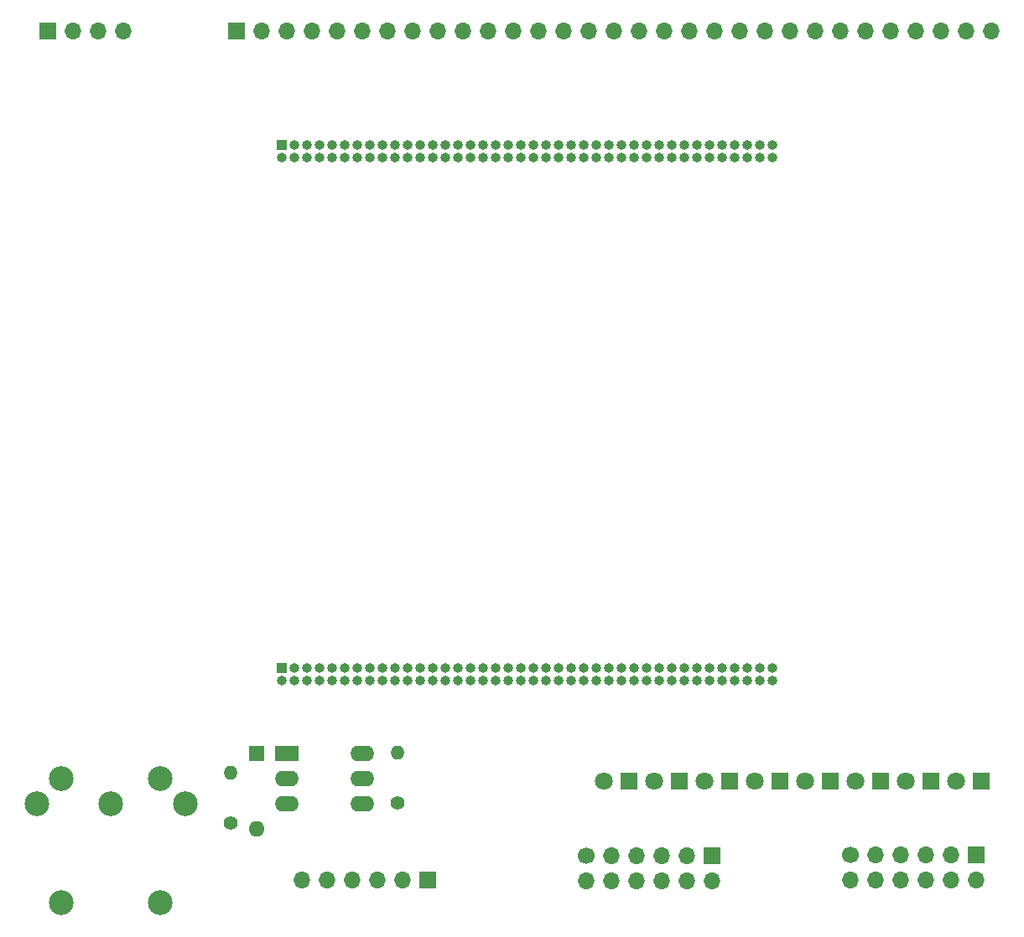
<source format=gbr>
%TF.GenerationSoftware,KiCad,Pcbnew,7.0.10*%
%TF.CreationDate,2024-01-10T20:22:15+00:00*%
%TF.ProjectId,Breakout,42726561-6b6f-4757-942e-6b696361645f,rev?*%
%TF.SameCoordinates,Original*%
%TF.FileFunction,Soldermask,Top*%
%TF.FilePolarity,Negative*%
%FSLAX46Y46*%
G04 Gerber Fmt 4.6, Leading zero omitted, Abs format (unit mm)*
G04 Created by KiCad (PCBNEW 7.0.10) date 2024-01-10 20:22:15*
%MOMM*%
%LPD*%
G01*
G04 APERTURE LIST*
%ADD10R,1.700000X1.700000*%
%ADD11O,1.700000X1.700000*%
%ADD12C,1.400000*%
%ADD13O,1.400000X1.400000*%
%ADD14R,1.800000X1.800000*%
%ADD15C,1.800000*%
%ADD16O,1.600000X1.600000*%
%ADD17R,1.600000X1.600000*%
%ADD18C,2.499360*%
%ADD19R,2.400000X1.600000*%
%ADD20O,2.400000X1.600000*%
%ADD21C,1.700000*%
%ADD22R,1.000000X1.000000*%
%ADD23O,1.000000X1.000000*%
G04 APERTURE END LIST*
D10*
%TO.C,J6*%
X48260000Y-20955000D03*
D11*
X50800000Y-20955000D03*
X53340000Y-20955000D03*
X55880000Y-20955000D03*
%TD*%
D12*
%TO.C,R2*%
X83566000Y-98933000D03*
D13*
X83566000Y-93853000D03*
%TD*%
D14*
%TO.C,D9*%
X142494000Y-96774000D03*
D15*
X139954000Y-96774000D03*
%TD*%
D14*
%TO.C,D2*%
X106934000Y-96774000D03*
D15*
X104394000Y-96774000D03*
%TD*%
D14*
%TO.C,D7*%
X132334000Y-96774000D03*
D15*
X129794000Y-96774000D03*
%TD*%
D16*
%TO.C,D1*%
X69342000Y-101600000D03*
D17*
X69342000Y-93980000D03*
%TD*%
D18*
%TO.C,J2*%
X49621540Y-108994700D03*
X59624060Y-108994700D03*
X62120880Y-98999800D03*
X54622800Y-98997260D03*
X47124720Y-98999800D03*
X59618980Y-96497900D03*
X49626620Y-96497900D03*
%TD*%
D14*
%TO.C,D5*%
X122174000Y-96774000D03*
D15*
X119634000Y-96774000D03*
%TD*%
D14*
%TO.C,D4*%
X117094000Y-96774000D03*
D15*
X114554000Y-96774000D03*
%TD*%
D10*
%TO.C,J5*%
X67310000Y-20955000D03*
D11*
X69850000Y-20955000D03*
X72390000Y-20955000D03*
X74930000Y-20955000D03*
X77470000Y-20955000D03*
X80010000Y-20955000D03*
X82550000Y-20955000D03*
X85090000Y-20955000D03*
X87630000Y-20955000D03*
X90170000Y-20955000D03*
X92710000Y-20955000D03*
X95250000Y-20955000D03*
X97790000Y-20955000D03*
X100330000Y-20955000D03*
X102870000Y-20955000D03*
X105410000Y-20955000D03*
X107950000Y-20955000D03*
X110490000Y-20955000D03*
X113030000Y-20955000D03*
X115570000Y-20955000D03*
X118110000Y-20955000D03*
X120650000Y-20955000D03*
X123190000Y-20955000D03*
X125730000Y-20955000D03*
X128270000Y-20955000D03*
X130810000Y-20955000D03*
X133350000Y-20955000D03*
X135890000Y-20955000D03*
X138430000Y-20955000D03*
X140970000Y-20955000D03*
X143510000Y-20955000D03*
%TD*%
D19*
%TO.C,U1*%
X72400000Y-93970000D03*
D20*
X72400000Y-96510000D03*
X72400000Y-99050000D03*
X80020000Y-99050000D03*
X80020000Y-96510000D03*
X80020000Y-93970000D03*
%TD*%
D10*
%TO.C,J4*%
X86614000Y-106750000D03*
D11*
X84074000Y-106750000D03*
X81534000Y-106750000D03*
X78994000Y-106750000D03*
X76454000Y-106750000D03*
X73914000Y-106750000D03*
%TD*%
D14*
%TO.C,D3*%
X112009000Y-96774000D03*
D15*
X109469000Y-96774000D03*
%TD*%
D10*
%TO.C,J1*%
X115316000Y-104267000D03*
D11*
X112776000Y-104267000D03*
X110236000Y-104267000D03*
X107696000Y-104267000D03*
X105156000Y-104267000D03*
D21*
X102616000Y-104267000D03*
D11*
X115316000Y-106807000D03*
X112776000Y-106807000D03*
X110236000Y-106807000D03*
X107696000Y-106807000D03*
X105156000Y-106807000D03*
X102616000Y-106807000D03*
%TD*%
D10*
%TO.C,J3*%
X141986000Y-104207000D03*
D11*
X139446000Y-104207000D03*
X136906000Y-104207000D03*
X134366000Y-104207000D03*
X131826000Y-104207000D03*
D21*
X129286000Y-104207000D03*
D11*
X141986000Y-106747000D03*
X139446000Y-106747000D03*
X136906000Y-106747000D03*
X134366000Y-106747000D03*
X131826000Y-106747000D03*
X129286000Y-106747000D03*
%TD*%
D14*
%TO.C,D6*%
X127254000Y-96774000D03*
D15*
X124714000Y-96774000D03*
%TD*%
D13*
%TO.C,R1*%
X66675000Y-95885000D03*
D12*
X66675000Y-100965000D03*
%TD*%
D14*
%TO.C,D8*%
X137414000Y-96774000D03*
D15*
X134874000Y-96774000D03*
%TD*%
D22*
%TO.C,U2*%
X71820000Y-85325000D03*
D23*
X71820000Y-86595000D03*
X73090000Y-85325000D03*
X73090000Y-86595000D03*
X74360000Y-85325000D03*
X74360000Y-86595000D03*
X75630000Y-85325000D03*
X75630000Y-86595000D03*
X76900000Y-85325000D03*
X76900000Y-86595000D03*
X78170000Y-85325000D03*
X78170000Y-86595000D03*
X79440000Y-85325000D03*
X79440000Y-86595000D03*
X80710000Y-85325000D03*
X80710000Y-86595000D03*
X81980000Y-85325000D03*
X81980000Y-86595000D03*
X83250000Y-85325000D03*
X83250000Y-86595000D03*
X84520000Y-85325000D03*
X84520000Y-86595000D03*
X85790000Y-85325000D03*
X85790000Y-86595000D03*
X87060000Y-85325000D03*
X87060000Y-86595000D03*
X88330000Y-85325000D03*
X88330000Y-86595000D03*
X89600000Y-85325000D03*
X89600000Y-86595000D03*
X90870000Y-85325000D03*
X90870000Y-86595000D03*
X92140000Y-85325000D03*
X92140000Y-86595000D03*
X93410000Y-85325000D03*
X93410000Y-86595000D03*
X94680000Y-85325000D03*
X94680000Y-86595000D03*
X95950000Y-85325000D03*
X95950000Y-86595000D03*
X97220000Y-85325000D03*
X97220000Y-86595000D03*
X98490000Y-85325000D03*
X98490000Y-86595000D03*
X99760000Y-85325000D03*
X99760000Y-86595000D03*
X101030000Y-85325000D03*
X101030000Y-86595000D03*
X102300000Y-85325000D03*
X102300000Y-86595000D03*
X103570000Y-85325000D03*
X103570000Y-86595000D03*
X104840000Y-85325000D03*
X104840000Y-86595000D03*
X106110000Y-85325000D03*
X106110000Y-86595000D03*
X107380000Y-85325000D03*
X107380000Y-86595000D03*
X108650000Y-85325000D03*
X108650000Y-86595000D03*
X109920000Y-85325000D03*
X109920000Y-86595000D03*
X111190000Y-85325000D03*
X111190000Y-86595000D03*
X112460000Y-85325000D03*
X112460000Y-86595000D03*
X113730000Y-85325000D03*
X113730000Y-86595000D03*
X115000000Y-85325000D03*
X115000000Y-86595000D03*
X116270000Y-85325000D03*
X116270000Y-86595000D03*
X117540000Y-85325000D03*
X117540000Y-86595000D03*
X118810000Y-85325000D03*
X118810000Y-86595000D03*
X120080000Y-85325000D03*
X120080000Y-86595000D03*
X121350000Y-85325000D03*
X121350000Y-86595000D03*
D22*
X71820000Y-32475000D03*
D23*
X71820000Y-33745000D03*
X73090000Y-32475000D03*
X73090000Y-33745000D03*
X74360000Y-32475000D03*
X74360000Y-33745000D03*
X75630000Y-32475000D03*
X75630000Y-33745000D03*
X76900000Y-32475000D03*
X76900000Y-33745000D03*
X78170000Y-32475000D03*
X78170000Y-33745000D03*
X79440000Y-32475000D03*
X79440000Y-33745000D03*
X80710000Y-32475000D03*
X80710000Y-33745000D03*
X81980000Y-32475000D03*
X81980000Y-33745000D03*
X83250000Y-32475000D03*
X83250000Y-33745000D03*
X84520000Y-32475000D03*
X84520000Y-33745000D03*
X85790000Y-32475000D03*
X85790000Y-33745000D03*
X87060000Y-32475000D03*
X87060000Y-33745000D03*
X88330000Y-32475000D03*
X88330000Y-33745000D03*
X89600000Y-32475000D03*
X89600000Y-33745000D03*
X90870000Y-32475000D03*
X90870000Y-33745000D03*
X92140000Y-32475000D03*
X92140000Y-33745000D03*
X93410000Y-32475000D03*
X93410000Y-33745000D03*
X94680000Y-32475000D03*
X94680000Y-33745000D03*
X95950000Y-32475000D03*
X95950000Y-33745000D03*
X97220000Y-32475000D03*
X97220000Y-33745000D03*
X98490000Y-32475000D03*
X98490000Y-33745000D03*
X99760000Y-32475000D03*
X99760000Y-33745000D03*
X101030000Y-32475000D03*
X101030000Y-33745000D03*
X102300000Y-32475000D03*
X102300000Y-33745000D03*
X103570000Y-32475000D03*
X103570000Y-33745000D03*
X104840000Y-32475000D03*
X104840000Y-33745000D03*
X106110000Y-32475000D03*
X106110000Y-33745000D03*
X107380000Y-32475000D03*
X107380000Y-33745000D03*
X108650000Y-32475000D03*
X108650000Y-33745000D03*
X109920000Y-32475000D03*
X109920000Y-33745000D03*
X111190000Y-32475000D03*
X111190000Y-33745000D03*
X112460000Y-32475000D03*
X112460000Y-33745000D03*
X113730000Y-32475000D03*
X113730000Y-33745000D03*
X115000000Y-32475000D03*
X115000000Y-33745000D03*
X116270000Y-32475000D03*
X116270000Y-33745000D03*
X117540000Y-32475000D03*
X117540000Y-33745000D03*
X118810000Y-32475000D03*
X118810000Y-33745000D03*
X120080000Y-32475000D03*
X120080000Y-33745000D03*
X121350000Y-32475000D03*
X121350000Y-33745000D03*
%TD*%
M02*

</source>
